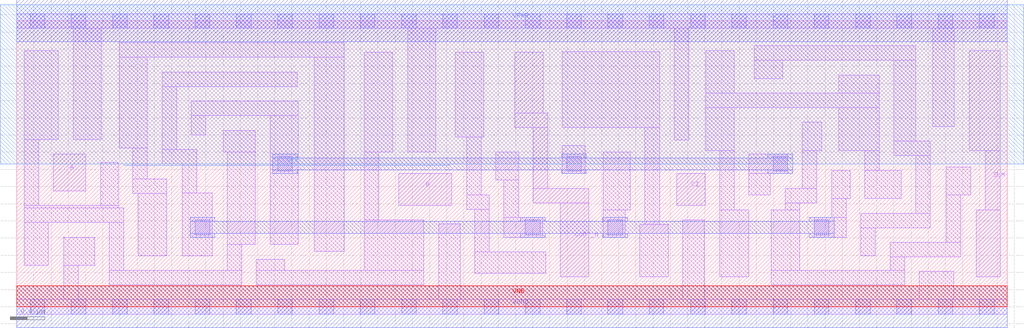
<source format=lef>
# Copyright 2020 The SkyWater PDK Authors
#
# Licensed under the Apache License, Version 2.0 (the "License");
# you may not use this file except in compliance with the License.
# You may obtain a copy of the License at
#
#     https://www.apache.org/licenses/LICENSE-2.0
#
# Unless required by applicable law or agreed to in writing, software
# distributed under the License is distributed on an "AS IS" BASIS,
# WITHOUT WARRANTIES OR CONDITIONS OF ANY KIND, either express or implied.
# See the License for the specific language governing permissions and
# limitations under the License.
#
# SPDX-License-Identifier: Apache-2.0

VERSION 5.7 ;
  NOWIREEXTENSIONATPIN ON ;
  DIVIDERCHAR "/" ;
  BUSBITCHARS "[]" ;
MACRO sky130_fd_sc_ms__fahcon_1
  CLASS CORE ;
  FOREIGN sky130_fd_sc_ms__fahcon_1 ;
  ORIGIN  0.000000  0.000000 ;
  SIZE  11.52000 BY  3.330000 ;
  SYMMETRY X Y ;
  SITE unit ;
  PIN A
    ANTENNAGATEAREA  0.312600 ;
    DIRECTION INPUT ;
    USE SIGNAL ;
    PORT
      LAYER li1 ;
        RECT 0.425000 1.350000 0.805000 1.780000 ;
    END
  END A
  PIN B
    ANTENNAGATEAREA  1.083000 ;
    DIRECTION INPUT ;
    USE SIGNAL ;
    PORT
      LAYER li1 ;
        RECT 4.445000 1.180000 5.060000 1.550000 ;
    END
  END B
  PIN CI
    ANTENNAGATEAREA  0.588600 ;
    DIRECTION INPUT ;
    USE SIGNAL ;
    PORT
      LAYER li1 ;
        RECT 7.675000 1.180000 8.005000 1.550000 ;
    END
  END CI
  PIN COUT_N
    ANTENNADIFFAREA  0.757400 ;
    DIRECTION OUTPUT ;
    USE SIGNAL ;
    PORT
      LAYER li1 ;
        RECT 5.790000 2.085000 6.175000 2.255000 ;
        RECT 5.790000 2.255000 6.120000 2.965000 ;
        RECT 6.005000 1.210000 6.650000 1.380000 ;
        RECT 6.005000 1.380000 6.175000 2.085000 ;
        RECT 6.320000 0.350000 6.650000 1.210000 ;
    END
  END COUT_N
  PIN SUM
    ANTENNADIFFAREA  0.524500 ;
    DIRECTION OUTPUT ;
    USE SIGNAL ;
    PORT
      LAYER li1 ;
        RECT 11.075000 1.820000 11.435000 2.980000 ;
        RECT 11.155000 0.350000 11.435000 1.130000 ;
        RECT 11.265000 1.130000 11.435000 1.820000 ;
    END
  END SUM
  PIN VGND
    DIRECTION INOUT ;
    USE GROUND ;
    PORT
      LAYER met1 ;
        RECT 0.000000 -0.245000 11.520000 0.245000 ;
    END
  END VGND
  PIN VNB
    DIRECTION INOUT ;
    USE GROUND ;
    PORT
      LAYER pwell ;
        RECT 0.000000 0.000000 11.520000 0.245000 ;
    END
  END VNB
  PIN VPB
    DIRECTION INOUT ;
    USE POWER ;
    PORT
      LAYER nwell ;
        RECT -0.190000 1.660000 11.710000 3.520000 ;
        RECT  1.250000 1.645000  5.035000 1.660000 ;
    END
  END VPB
  PIN VPWR
    DIRECTION INOUT ;
    USE POWER ;
    PORT
      LAYER met1 ;
        RECT 0.000000 3.085000 11.520000 3.575000 ;
    END
  END VPWR
  OBS
    LAYER li1 ;
      RECT  0.000000 -0.085000 11.520000 0.085000 ;
      RECT  0.000000  3.245000 11.520000 3.415000 ;
      RECT  0.085000  0.480000  0.365000 0.980000 ;
      RECT  0.085000  0.980000  1.245000 1.150000 ;
      RECT  0.085000  1.150000  1.180000 1.180000 ;
      RECT  0.085000  1.180000  0.255000 1.950000 ;
      RECT  0.085000  1.950000  0.485000 2.980000 ;
      RECT  0.545000  0.085000  0.715000 0.480000 ;
      RECT  0.545000  0.480000  0.905000 0.810000 ;
      RECT  0.655000  1.950000  0.985000 3.245000 ;
      RECT  0.975000  1.180000  1.180000 1.680000 ;
      RECT  1.075000  0.255000  2.615000 0.425000 ;
      RECT  1.075000  0.425000  1.245000 0.980000 ;
      RECT  1.190000  1.850000  1.520000 2.905000 ;
      RECT  1.190000  2.905000  3.810000 3.075000 ;
      RECT  1.350000  1.320000  1.745000 1.490000 ;
      RECT  1.350000  1.490000  1.520000 1.850000 ;
      RECT  1.415000  0.595000  1.745000 1.320000 ;
      RECT  1.690000  1.660000  2.095000 1.830000 ;
      RECT  1.690000  1.830000  1.860000 2.565000 ;
      RECT  1.690000  2.565000  3.260000 2.735000 ;
      RECT  1.925000  0.595000  2.275000 1.325000 ;
      RECT  1.925000  1.325000  2.095000 1.660000 ;
      RECT  2.030000  2.000000  2.200000 2.225000 ;
      RECT  2.030000  2.225000  3.275000 2.395000 ;
      RECT  2.400000  1.805000  2.775000 2.055000 ;
      RECT  2.445000  0.425000  2.615000 0.725000 ;
      RECT  2.445000  0.725000  2.775000 1.805000 ;
      RECT  2.785000  0.255000  4.735000 0.425000 ;
      RECT  2.785000  0.425000  3.115000 0.555000 ;
      RECT  2.945000  0.725000  3.275000 2.225000 ;
      RECT  3.460000  0.645000  3.810000 2.905000 ;
      RECT  4.040000  0.425000  4.735000 1.010000 ;
      RECT  4.040000  1.010000  4.210000 1.805000 ;
      RECT  4.040000  1.805000  4.375000 2.965000 ;
      RECT  4.545000  1.805000  4.875000 3.245000 ;
      RECT  4.905000  0.085000  5.155000 0.965000 ;
      RECT  5.100000  1.975000  5.430000 2.965000 ;
      RECT  5.230000  1.135000  5.495000 1.305000 ;
      RECT  5.230000  1.305000  5.400000 1.975000 ;
      RECT  5.325000  0.390000  6.150000 0.640000 ;
      RECT  5.325000  0.640000  5.495000 1.135000 ;
      RECT  5.570000  1.475000  5.835000 1.805000 ;
      RECT  5.665000  0.810000  6.115000 1.040000 ;
      RECT  5.665000  1.040000  5.835000 1.475000 ;
      RECT  6.345000  1.550000  6.610000 1.880000 ;
      RECT  6.345000  2.085000  7.475000 2.970000 ;
      RECT  6.820000  0.810000  7.075000 1.130000 ;
      RECT  6.820000  1.130000  7.135000 1.800000 ;
      RECT  7.245000  0.350000  7.575000 0.960000 ;
      RECT  7.305000  0.960000  7.475000 2.085000 ;
      RECT  7.645000  1.940000  7.815000 3.245000 ;
      RECT  7.745000  0.085000  7.995000 1.010000 ;
      RECT  8.015000  1.820000  8.345000 2.320000 ;
      RECT  8.015000  2.320000 10.030000 2.490000 ;
      RECT  8.015000  2.490000  8.345000 2.980000 ;
      RECT  8.175000  0.350000  8.515000 1.130000 ;
      RECT  8.175000  1.130000  8.345000 1.820000 ;
      RECT  8.515000  1.300000  8.765000 1.550000 ;
      RECT  8.515000  1.550000  8.965000 1.780000 ;
      RECT  8.575000  2.660000  8.905000 2.870000 ;
      RECT  8.575000  2.870000 10.455000 3.040000 ;
      RECT  8.775000  0.255000 10.325000 0.425000 ;
      RECT  8.775000  0.425000  9.105000 1.130000 ;
      RECT  8.935000  1.130000  9.105000 1.210000 ;
      RECT  8.935000  1.210000  9.305000 1.380000 ;
      RECT  9.135000  1.380000  9.305000 1.820000 ;
      RECT  9.135000  1.820000  9.360000 2.150000 ;
      RECT  9.275000  0.810000  9.645000 1.040000 ;
      RECT  9.475000  1.040000  9.645000 1.260000 ;
      RECT  9.475000  1.260000  9.690000 1.590000 ;
      RECT  9.560000  1.820000 10.030000 2.320000 ;
      RECT  9.560000  2.490000 10.030000 2.700000 ;
      RECT  9.815000  0.595000  9.985000 0.920000 ;
      RECT  9.815000  0.920000 10.625000 1.090000 ;
      RECT  9.860000  1.260000 10.285000 1.590000 ;
      RECT  9.860000  1.590000 10.030000 1.820000 ;
      RECT 10.155000  0.425000 10.325000 0.580000 ;
      RECT 10.155000  0.580000 10.980000 0.750000 ;
      RECT 10.200000  1.760000 10.625000 1.930000 ;
      RECT 10.200000  1.930000 10.455000 2.870000 ;
      RECT 10.455000  1.090000 10.625000 1.760000 ;
      RECT 10.495000  0.085000 10.895000 0.410000 ;
      RECT 10.650000  2.100000 10.900000 3.245000 ;
      RECT 10.810000  0.750000 10.980000 1.300000 ;
      RECT 10.810000  1.300000 11.095000 1.630000 ;
    LAYER mcon ;
      RECT  0.155000 -0.085000  0.325000 0.085000 ;
      RECT  0.155000  3.245000  0.325000 3.415000 ;
      RECT  0.635000 -0.085000  0.805000 0.085000 ;
      RECT  0.635000  3.245000  0.805000 3.415000 ;
      RECT  1.115000 -0.085000  1.285000 0.085000 ;
      RECT  1.115000  3.245000  1.285000 3.415000 ;
      RECT  1.595000 -0.085000  1.765000 0.085000 ;
      RECT  1.595000  3.245000  1.765000 3.415000 ;
      RECT  2.075000 -0.085000  2.245000 0.085000 ;
      RECT  2.075000  0.840000  2.245000 1.010000 ;
      RECT  2.075000  3.245000  2.245000 3.415000 ;
      RECT  2.555000 -0.085000  2.725000 0.085000 ;
      RECT  2.555000  3.245000  2.725000 3.415000 ;
      RECT  3.035000 -0.085000  3.205000 0.085000 ;
      RECT  3.035000  1.580000  3.205000 1.750000 ;
      RECT  3.035000  3.245000  3.205000 3.415000 ;
      RECT  3.515000 -0.085000  3.685000 0.085000 ;
      RECT  3.515000  3.245000  3.685000 3.415000 ;
      RECT  3.995000 -0.085000  4.165000 0.085000 ;
      RECT  3.995000  3.245000  4.165000 3.415000 ;
      RECT  4.475000 -0.085000  4.645000 0.085000 ;
      RECT  4.475000  3.245000  4.645000 3.415000 ;
      RECT  4.955000 -0.085000  5.125000 0.085000 ;
      RECT  4.955000  3.245000  5.125000 3.415000 ;
      RECT  5.435000 -0.085000  5.605000 0.085000 ;
      RECT  5.435000  3.245000  5.605000 3.415000 ;
      RECT  5.915000 -0.085000  6.085000 0.085000 ;
      RECT  5.915000  0.840000  6.085000 1.010000 ;
      RECT  5.915000  3.245000  6.085000 3.415000 ;
      RECT  6.395000 -0.085000  6.565000 0.085000 ;
      RECT  6.395000  1.580000  6.565000 1.750000 ;
      RECT  6.395000  3.245000  6.565000 3.415000 ;
      RECT  6.875000 -0.085000  7.045000 0.085000 ;
      RECT  6.875000  0.840000  7.045000 1.010000 ;
      RECT  6.875000  3.245000  7.045000 3.415000 ;
      RECT  7.355000 -0.085000  7.525000 0.085000 ;
      RECT  7.355000  3.245000  7.525000 3.415000 ;
      RECT  7.835000 -0.085000  8.005000 0.085000 ;
      RECT  7.835000  3.245000  8.005000 3.415000 ;
      RECT  8.315000 -0.085000  8.485000 0.085000 ;
      RECT  8.315000  3.245000  8.485000 3.415000 ;
      RECT  8.795000 -0.085000  8.965000 0.085000 ;
      RECT  8.795000  1.580000  8.965000 1.750000 ;
      RECT  8.795000  3.245000  8.965000 3.415000 ;
      RECT  9.275000 -0.085000  9.445000 0.085000 ;
      RECT  9.275000  0.840000  9.445000 1.010000 ;
      RECT  9.275000  3.245000  9.445000 3.415000 ;
      RECT  9.755000 -0.085000  9.925000 0.085000 ;
      RECT  9.755000  3.245000  9.925000 3.415000 ;
      RECT 10.235000 -0.085000 10.405000 0.085000 ;
      RECT 10.235000  3.245000 10.405000 3.415000 ;
      RECT 10.715000 -0.085000 10.885000 0.085000 ;
      RECT 10.715000  3.245000 10.885000 3.415000 ;
      RECT 11.195000 -0.085000 11.365000 0.085000 ;
      RECT 11.195000  3.245000 11.365000 3.415000 ;
    LAYER met1 ;
      RECT 2.015000 0.810000 2.305000 0.855000 ;
      RECT 2.015000 0.855000 9.505000 0.995000 ;
      RECT 2.015000 0.995000 2.305000 1.040000 ;
      RECT 2.975000 1.550000 3.265000 1.595000 ;
      RECT 2.975000 1.595000 9.025000 1.735000 ;
      RECT 2.975000 1.735000 3.265000 1.780000 ;
      RECT 5.855000 0.810000 6.145000 0.855000 ;
      RECT 5.855000 0.995000 6.145000 1.040000 ;
      RECT 6.335000 1.550000 6.625000 1.595000 ;
      RECT 6.335000 1.735000 6.625000 1.780000 ;
      RECT 6.815000 0.810000 7.105000 0.855000 ;
      RECT 6.815000 0.995000 7.105000 1.040000 ;
      RECT 8.735000 1.550000 9.025000 1.595000 ;
      RECT 8.735000 1.735000 9.025000 1.780000 ;
      RECT 9.215000 0.810000 9.505000 0.855000 ;
      RECT 9.215000 0.995000 9.505000 1.040000 ;
  END
END sky130_fd_sc_ms__fahcon_1
END LIBRARY

</source>
